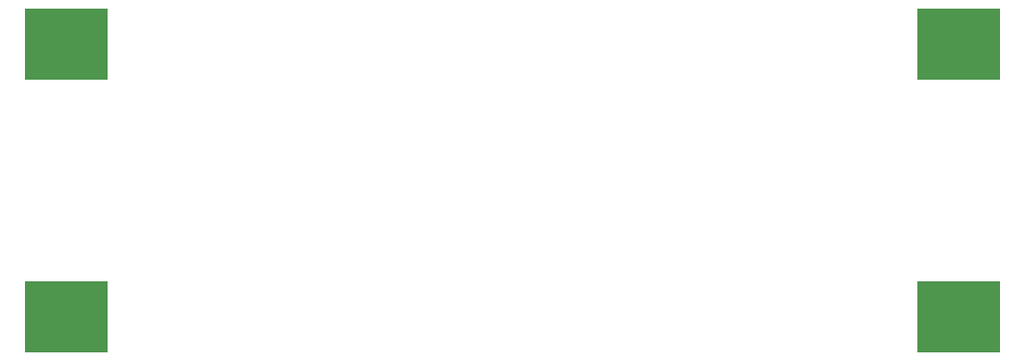
<source format=gbr>
%TF.GenerationSoftware,KiCad,Pcbnew,(6.0.2)*%
%TF.CreationDate,2023-01-13T18:58:57-08:00*%
%TF.ProjectId,ProvesXEPS,50726f76-6573-4584-9550-532e6b696361,rev?*%
%TF.SameCoordinates,Original*%
%TF.FileFunction,Paste,Bot*%
%TF.FilePolarity,Positive*%
%FSLAX46Y46*%
G04 Gerber Fmt 4.6, Leading zero omitted, Abs format (unit mm)*
G04 Created by KiCad (PCBNEW (6.0.2)) date 2023-01-13 18:58:57*
%MOMM*%
%LPD*%
G01*
G04 APERTURE LIST*
%ADD10R,7.350000X6.350000*%
G04 APERTURE END LIST*
D10*
%TO.C,U14*%
X111570000Y-117500000D03*
X190230000Y-117500000D03*
%TD*%
%TO.C,U11*%
X190230000Y-93500000D03*
X111570000Y-93500000D03*
%TD*%
M02*

</source>
